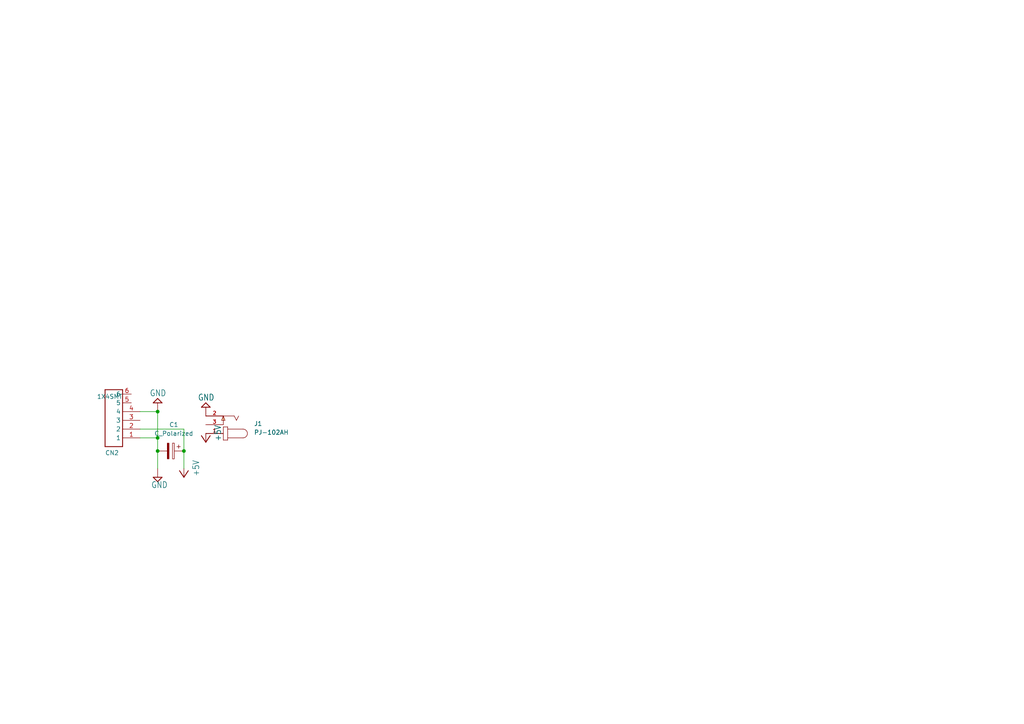
<source format=kicad_sch>
(kicad_sch (version 20211123) (generator eeschema)
  (paper "A4")
  (lib_symbols
    (symbol "Adafruit NeoPixel 8 Stick-eagle-import:+5V" (power)
      (property "Value" "+5V" (at -2.54 -5.08 90))
      (symbol "+5V_1_0"
        (polyline (pts (xy 0 0) (xy -1.27 -1.905)) (stroke (width 0.254)))
        (polyline (pts (xy 1.27 -1.905) (xy 0 0)) (stroke (width 0.254)))
        (pin power_in line (at 0 -2.54 90) (length 2.54) (name "+5V") (number "1"))
      )
    )
    (symbol "Adafruit NeoPixel 8 Stick-eagle-import:1X4SMT"
      (property "Reference" "CN" (at 5.08 7.62 0))
      (property "Value" "1X4SMT" (at 0 -10.16 0))
      (symbol "1X4SMT_1_0"
        (polyline (pts (xy 0 -11.43) (xy 0 5.08)) (stroke (width 0.254)))
        (polyline (pts (xy 0 5.08) (xy 5.08 5.08)) (stroke (width 0.254)))
        (polyline (pts (xy 5.08 -11.43) (xy 0 -11.43)) (stroke (width 0.254)))
        (polyline (pts (xy 5.08 5.08) (xy 5.08 -11.43)) (stroke (width 0.254)))
        (pin bidirectional line (at -5.08 2.54 0) (length 5.08) (name "1") (number "1"))
        (pin bidirectional line (at -5.08 0 0) (length 5.08) (name "2") (number "2"))
        (pin bidirectional line (at -5.08 -2.54 0) (length 5.08) (name "3") (number "3"))
        (pin bidirectional line (at -5.08 -5.08 0) (length 5.08) (name "4") (number "4"))
      )
      (symbol "1X4SMT_1_1"
        (pin bidirectional line (at -2.54 -7.62 0) (length 2.54) (name "5") (number "5"))
        (pin bidirectional line (at -2.54 -10.16 0) (length 2.54) (name "6") (number "6"))
      )
    )
    (symbol "Adafruit NeoPixel 8 Stick-eagle-import:GND" (power)
      (property "Value" "GND" (at -1.905 -3.175 0))
      (symbol "GND_1_0"
        (polyline (pts (xy -1.27 0) (xy 1.27 0)) (stroke (width 0.254)))
        (polyline (pts (xy 0 -1.27) (xy -1.27 0)) (stroke (width 0.254)))
        (polyline (pts (xy 1.27 0) (xy 0 -1.27)) (stroke (width 0.254)))
        (pin power_in line (at 0 2.54 270) (length 2.54) (name "GND") (number "1"))
      )
    )
    (symbol "Device:C_Polarized" (pin_numbers hide) (pin_names (offset 0.254))
      (property "Reference" "C" (at 0.635 2.54 0))
      (property "Value" "C_Polarized" (at 0.635 -2.54 0))
      (symbol "C_Polarized_0_1"
        (rectangle (start -2.286 0.508) (end 2.286 1.016))
        (polyline (pts (xy -1.778 2.286) (xy -0.762 2.286)))
        (polyline (pts (xy -1.27 2.794) (xy -1.27 1.778)))
        (rectangle (start 2.286 -0.508) (end -2.286 -1.016) (fill (type outline)))
      )
      (symbol "C_Polarized_1_1"
        (pin passive line (at 0 3.81 270) (length 2.794) (name "~") (number "1"))
        (pin passive line (at 0 -3.81 90) (length 2.794) (name "~") (number "2"))
      )
    )
    (symbol "PJ-102AH:PJ-102AH" (pin_names (offset 1.016) hide)
      (property "Reference" "J" (at -7.62 5.08 0))
      (property "Value" "PJ-102AH" (at -7.62 -5.08 0))
      (symbol "PJ-102AH_0_0"
        (arc (start -5.715 3.81) (mid -6.985 2.54) (end -5.715 1.27) (stroke (width 0.1524)))
        (polyline (pts (xy -5.715 3.81) (xy -1.27 3.81)) (stroke (width 0.1524)))
        (polyline (pts (xy -3.81 -1.27) (xy -4.445 -2.54)) (stroke (width 0.1524)))
        (polyline (pts (xy -3.175 -2.54) (xy -3.81 -1.27)) (stroke (width 0.1524)))
        (polyline (pts (xy -1.27 0.635) (xy 0 0.635)) (stroke (width 0.1524)))
        (polyline (pts (xy -1.27 1.27) (xy -5.715 1.27)) (stroke (width 0.1524)))
        (polyline (pts (xy -1.27 1.27) (xy -1.27 0.635)) (stroke (width 0.1524)))
        (polyline (pts (xy -1.27 3.81) (xy -1.27 1.27)) (stroke (width 0.1524)))
        (polyline (pts (xy -1.27 4.445) (xy -1.27 3.81)) (stroke (width 0.1524)))
        (polyline (pts (xy 0 -2.54) (xy -3.175 -2.54)) (stroke (width 0.1524)))
        (polyline (pts (xy 0 0) (xy 0 -2.54)) (stroke (width 0.1524)))
        (polyline (pts (xy 0 0.635) (xy 0 4.445)) (stroke (width 0.1524)))
        (polyline (pts (xy 0 4.445) (xy -1.27 4.445)) (stroke (width 0.1524)))
        (polyline (pts (xy 0 -2.54) (xy -0.508 -1.27) (xy 0.508 -1.27) (xy 0 -2.54)) (stroke (width 0.1524)) (fill (type background)))
        (pin passive line (at 5.08 2.54 180) (length 5.08) (name "~") (number "1"))
        (pin passive line (at 5.08 -2.54 180) (length 5.08) (name "~") (number "2"))
        (pin passive line (at 5.08 0 180) (length 5.08) (name "~") (number "3"))
      )
    )
  )
  (junction (at 53.34 130.81))
  (junction (at 45.72 127))
  (junction (at 45.72 130.81))
  (junction (at 45.72 119.38))
  (wire (pts (xy 53.34 130.81) (xy 53.34 135.89)))
  (wire (pts (xy 40.64 127) (xy 45.72 127)))
  (wire (pts (xy 40.64 119.38) (xy 45.72 119.38)))
  (wire (pts (xy 45.72 130.81) (xy 45.72 135.89)))
  (wire (pts (xy 45.72 119.38) (xy 45.72 127)))
  (wire (pts (xy 45.72 127) (xy 45.72 130.81)))
  (wire (pts (xy 40.64 124.46) (xy 53.34 124.46)))
  (wire (pts (xy 53.34 124.46) (xy 53.34 130.81)))
  (symbol (lib_id "Adafruit NeoPixel 8 Stick-eagle-import:+5V") (at 53.34 138.43 180) (unit 1)
    (property "Reference" "#P+0102" (effects hide))
    (property "Value" "+5V" (at 55.88 133.35 90) (effects (font (size 1.778 1.5113)) (justify left bottom)))
    (property "Footprint" "Adafruit NeoPixel 8 Stick:" (effects hide))
  )
  (symbol (lib_id "Adafruit NeoPixel 8 Stick-eagle-import:GND") (at 45.72 116.84 180) (unit 1)
    (property "Reference" "#SUPPLY0101" (effects hide))
    (property "Value" "GND" (at 48.26 113.03 0) (effects (font (size 1.778 1.5113)) (justify left bottom)))
    (property "Footprint" "Adafruit NeoPixel 8 Stick:" (effects hide))
  )
  (symbol (lib_id "PJ-102AH:PJ-102AH") (at 64.77 123.19 180) (unit 1)
    (property "Reference" "J1" (at 73.66 122.8724 0) (effects (justify right)))
    (property "Value" "PJ-102AH" (at 73.66 125.4124 0) (effects (justify right)))
    (property "Footprint" "PJ-102AH:PJ-102AH" (effects hide))
  )
  (symbol (lib_id "Adafruit NeoPixel 8 Stick-eagle-import:GND") (at 45.72 138.43 0) (unit 1)
    (property "Reference" "#SUPPLY07" (effects hide))
    (property "Value" "GND" (at 43.815 141.605 0) (effects (font (size 1.778 1.5113)) (justify left bottom)))
    (property "Footprint" "Adafruit NeoPixel 8 Stick:" (effects hide))
  )
  (symbol (lib_id "Adafruit NeoPixel 8 Stick-eagle-import:1X4SMT") (at 35.56 124.46 180) (unit 1)
    (property "Reference" "CN2" (at 30.48 132.08 0) (effects (justify right top)))
    (property "Value" "1X4SMT" (at 35.56 114.3 0) (effects (justify left bottom)))
    (property "Footprint" "Adafruit NeoPixel 8 Stick:1X4-SMT" (effects hide))
  )
  (symbol (lib_id "Adafruit NeoPixel 8 Stick-eagle-import:+5V") (at 59.69 128.27 180) (unit 1)
    (property "Reference" "#P+0101" (effects hide))
    (property "Value" "+5V" (at 62.23 123.19 90) (effects (font (size 1.778 1.5113)) (justify left bottom)))
    (property "Footprint" "Adafruit NeoPixel 8 Stick:" (effects hide))
  )
  (symbol (lib_id "Adafruit NeoPixel 8 Stick-eagle-import:GND") (at 59.69 118.11 180) (unit 1)
    (property "Reference" "#SUPPLY0102" (effects hide))
    (property "Value" "GND" (at 62.23 114.3 0) (effects (font (size 1.778 1.5113)) (justify left bottom)))
    (property "Footprint" "Adafruit NeoPixel 8 Stick:" (effects hide))
  )
  (symbol (lib_id "Device:C_Polarized") (at 49.53 130.81 270) (unit 1)
    (property "Reference" "C1" (at 50.419 123.19 90))
    (property "Value" "C_Polarized" (at 50.419 125.73 90))
    (property "Footprint" "Capacitor_THT:CP_Radial_D12.5mm_P6.00mm" (effects hide))
  )
)
</source>
